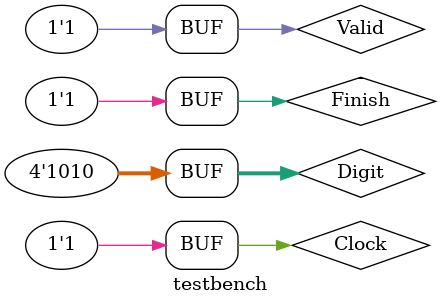
<source format=v>
`include "Urna.v"
module testbench();
  reg [3:0]Digit;
  reg Valid, Finish, Clock;
  wire VoteStatus;
  wire [7:0]C1;
  wire [7:0]C2;
  wire [7:0]C3;
  wire [7:0]C4;
  wire [7:0]Nulo;
  Urna moduloUrna(.Valid(Valid), .Digit(Digit), .Finish(Finish), .Clock(Clock), .C1(C1), .C2(C2), .C3(C3), .C4(C4), .Nulo(Nulo), .VoteStatus(VoteStatus));
  initial begin
    $dumpfile("Urna.vcd");
    $dumpvars(0, testbench);
    $display("Exibindo a eleicao:");
    $monitor("C1: %b\nC2: %b\nC3: %b\nC4: %b\nNulo: %b\n", C1, C2, C3, C4, Nulo);
  end
  initial begin
    #1; Clock = 0;
    #1; Clock = 1; Finish = 1;
    #1; Clock = 0;
    #1; Clock = 1; Finish = 0; Digit = 4'b0001; Valid = 1;
    #1; Clock = 0;
    #1; Clock = 1; Finish = 0; Digit = 4'b0101; Valid = 1;
    #1; Clock = 0;
    #1; Clock = 1; Finish = 0; Digit = 4'b0110; Valid = 1;
    #1; Clock = 0;
    #1; Clock = 1; Finish = 0; Digit = 4'b1000; Valid = 1;
    #1; Clock = 0;
    #1; Clock = 1; Finish = 0; Digit = 4'b1010; Valid = 1;
    #1; Clock = 0;
    #1; Clock = 1; Finish = 1;
    #1;
  end
endmodule

</source>
